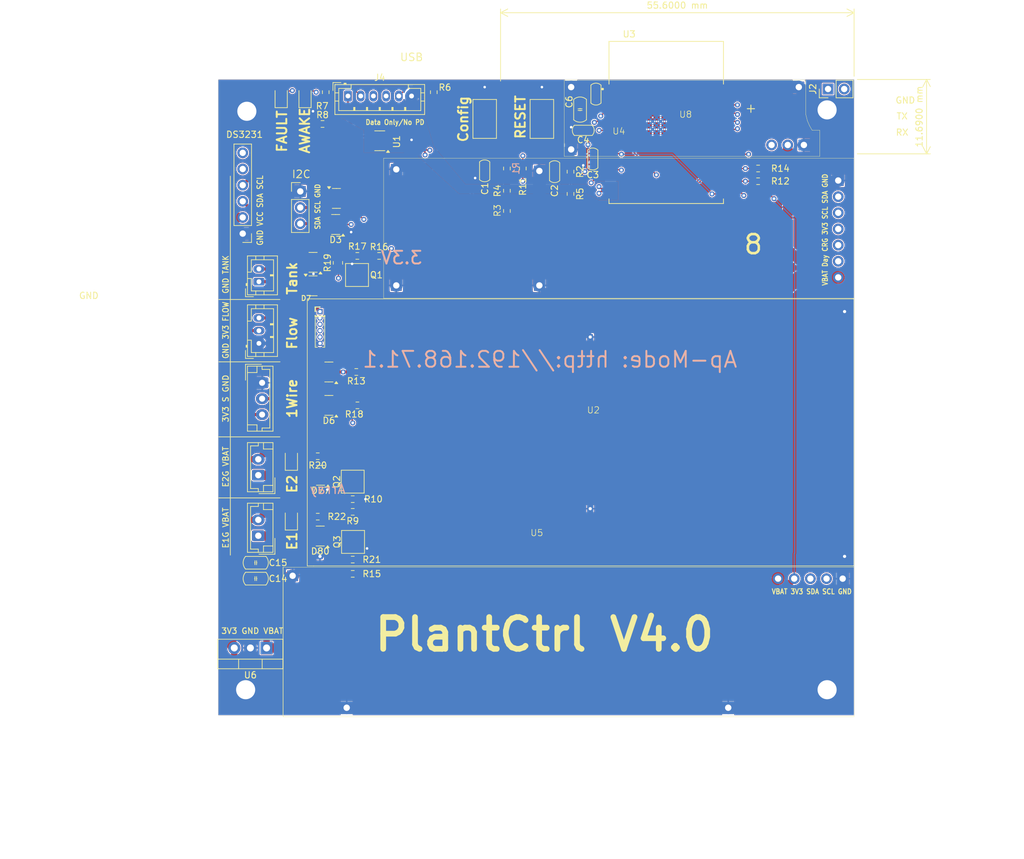
<source format=kicad_pcb>
(kicad_pcb
	(version 20241229)
	(generator "pcbnew")
	(generator_version "9.0")
	(general
		(thickness 1.6)
		(legacy_teardrops no)
	)
	(paper "A4")
	(layers
		(0 "F.Cu" signal)
		(4 "In1.Cu" signal)
		(6 "In2.Cu" signal)
		(2 "B.Cu" signal)
		(9 "F.Adhes" user "F.Adhesive")
		(11 "B.Adhes" user "B.Adhesive")
		(13 "F.Paste" user)
		(15 "B.Paste" user)
		(5 "F.SilkS" user "F.Silkscreen")
		(7 "B.SilkS" user "B.Silkscreen")
		(1 "F.Mask" user)
		(3 "B.Mask" user)
		(17 "Dwgs.User" user "User.Drawings")
		(19 "Cmts.User" user "User.Comments")
		(21 "Eco1.User" user "User.Eco1")
		(23 "Eco2.User" user "User.Eco2")
		(25 "Edge.Cuts" user)
		(27 "Margin" user)
		(31 "F.CrtYd" user "F.Courtyard")
		(29 "B.CrtYd" user "B.Courtyard")
		(35 "F.Fab" user)
		(33 "B.Fab" user)
	)
	(setup
		(stackup
			(layer "F.SilkS"
				(type "Top Silk Screen")
			)
			(layer "F.Paste"
				(type "Top Solder Paste")
			)
			(layer "F.Mask"
				(type "Top Solder Mask")
				(thickness 0.01)
			)
			(layer "F.Cu"
				(type "copper")
				(thickness 0.035)
			)
			(layer "dielectric 1"
				(type "prepreg")
				(thickness 0.1)
				(material "FR4")
				(epsilon_r 4.5)
				(loss_tangent 0.02)
			)
			(layer "In1.Cu"
				(type "copper")
				(thickness 0.035)
			)
			(layer "dielectric 2"
				(type "core")
				(thickness 1.24)
				(material "FR4")
				(epsilon_r 4.5)
				(loss_tangent 0.02)
			)
			(layer "In2.Cu"
				(type "copper")
				(thickness 0.035)
			)
			(layer "dielectric 3"
				(type "prepreg")
				(thickness 0.1)
				(material "FR4")
				(epsilon_r 4.5)
				(loss_tangent 0.02)
			)
			(layer "B.Cu"
				(type "copper")
				(thickness 0.035)
			)
			(layer "B.Mask"
				(type "Bottom Solder Mask")
				(thickness 0.01)
			)
			(layer "B.Paste"
				(type "Bottom Solder Paste")
			)
			(layer "B.SilkS"
				(type "Bottom Silk Screen")
			)
			(copper_finish "HAL lead-free")
			(dielectric_constraints no)
		)
		(pad_to_mask_clearance 0.05)
		(allow_soldermask_bridges_in_footprints no)
		(tenting front back)
		(aux_axis_origin 68.58 26.67)
		(grid_origin 68.58 26.67)
		(pcbplotparams
			(layerselection 0x00000000_00000000_5555555f_ffffffff)
			(plot_on_all_layers_selection 0x00000000_00000000_00000000_00000000)
			(disableapertmacros no)
			(usegerberextensions no)
			(usegerberattributes no)
			(usegerberadvancedattributes no)
			(creategerberjobfile no)
			(dashed_line_dash_ratio 12.000000)
			(dashed_line_gap_ratio 3.000000)
			(svgprecision 4)
			(plotframeref no)
			(mode 1)
			(useauxorigin no)
			(hpglpennumber 1)
			(hpglpenspeed 20)
			(hpglpendiameter 15.000000)
			(pdf_front_fp_property_popups yes)
			(pdf_back_fp_property_popups yes)
			(pdf_metadata yes)
			(pdf_single_document no)
			(dxfpolygonmode yes)
			(dxfimperialunits yes)
			(dxfusepcbnewfont yes)
			(psnegative no)
			(psa4output no)
			(plot_black_and_white yes)
			(sketchpadsonfab no)
			(plotpadnumbers no)
			(hidednponfab no)
			(sketchdnponfab yes)
			(crossoutdnponfab yes)
			(subtractmaskfromsilk no)
			(outputformat 1)
			(mirror no)
			(drillshape 0)
			(scaleselection 1)
			(outputdirectory "gerber/")
		)
	)
	(net 0 "")
	(net 1 "EN")
	(net 2 "VBAT")
	(net 3 "GND")
	(net 4 "3_3V")
	(net 5 "Temp")
	(net 6 "Net-(C2-Pad2)")
	(net 7 "PUMP_ENABLE")
	(net 8 "TANK_SENSOR")
	(net 9 "Charge")
	(net 10 "Net-(Q1-G)")
	(net 11 "ESP_RX")
	(net 12 "ESP_TX")
	(net 13 "Net-(Boot1-Pad2)")
	(net 14 "SDA")
	(net 15 "SCL")
	(net 16 "Net-(CD1-A)")
	(net 17 "Net-(D1-K)")
	(net 18 "Net-(J7-Pin_1)")
	(net 19 "CD_Probe")
	(net 20 "IsDay")
	(net 21 "LED_ENABLE")
	(net 22 "WORKING")
	(net 23 "ENABLE_TANK")
	(net 24 "unconnected-(U4-3V3-Pad4)")
	(net 25 "USB_D-")
	(net 26 "FLOW")
	(net 27 "USB_D+")
	(net 28 "BOOT_SEL")
	(net 29 "WARN_LED")
	(net 30 "SQW")
	(net 31 "32K")
	(net 32 "USB_BUS")
	(net 33 "Net-(R3-Pad1)")
	(net 34 "unconnected-(U1-I{slash}O2-Pad4)")
	(net 35 "unconnected-(U1-I{slash}O1-Pad6)")
	(net 36 "unconnected-(U3-IO8-Pad10)")
	(net 37 "unconnected-(U3-IO0-Pad8)")
	(net 38 "unconnected-(U3-NC-Pad22)")
	(net 39 "unconnected-(U2-VBAT-Pad2)")
	(net 40 "Net-(D78-K)")
	(net 41 "Net-(D78-A)")
	(net 42 "Net-(Q2-G)")
	(net 43 "Net-(J4-Pin_5)")
	(net 44 "Net-(J4-Pin_2)")
	(net 45 "Net-(D79-K)")
	(net 46 "Net-(D79-A)")
	(net 47 "Net-(Q3-G)")
	(net 48 "EXTRA_1")
	(net 49 "EXTRA_2")
	(footprint "Package_TO_SOT_SMD:SOT-23" (layer "F.Cu") (at 185.7675 101.92 180))
	(footprint "MPPT:MPPT" (layer "F.Cu") (at 232.68 48.3075))
	(footprint "Button_Switch_SMD:SW_SPST_CK_RS282G05A3" (layer "F.Cu") (at 220.58 45.87 -90))
	(footprint "PumpOut:PumpModule" (layer "F.Cu") (at 219.88 111.47))
	(footprint "Connector_JST:JST_EH_B2B-EH-A_1x02_P2.50mm_Vertical" (layer "F.Cu") (at 175.98 111.42 90))
	(footprint "PCM_Capacitor_SMD_Handsoldering_AKL:C_0805_2012Metric_Pad1.18x1.45mm" (layer "F.Cu") (at 175.58 115.67))
	(footprint "PCM_Capacitor_SMD_Handsoldering_AKL:C_0603_1608Metric_Pad1.08x0.95mm" (layer "F.Cu") (at 229.08 41.97 -90))
	(footprint "Resistor_SMD:R_0603_1608Metric" (layer "F.Cu") (at 254.58 53.67 180))
	(footprint "PCM_Capacitor_SMD_Handsoldering_AKL:C_0603_1608Metric_Pad1.08x0.95mm" (layer "F.Cu") (at 227.08 47.67))
	(footprint "Button_Switch_SMD:SW_SPST_CK_RS282G05A3" (layer "F.Cu") (at 211.58 45.87 -90))
	(footprint "Resistor_SMD:R_0603_1608Metric" (layer "F.Cu") (at 225.08 54.17 90))
	(footprint "Connector_JST:JST_PH_B3B-PH-K_1x03_P2.00mm_Vertical" (layer "F.Cu") (at 176.08 81.17 90))
	(footprint "Connector_JST:JST_EH_B3B-EH-A_1x03_P2.50mm_Vertical" (layer "F.Cu") (at 176.58 87.37 -90))
	(footprint "Resistor_SMD:R_0603_1608Metric" (layer "F.Cu") (at 191.555 67.42 180))
	(footprint "Resistor_SMD:R_0603_1608Metric" (layer "F.Cu") (at 190.83 115.17))
	(footprint "Package_TO_SOT_SMD:SOT-23" (layer "F.Cu") (at 187.08 85.67 180))
	(footprint "LED_SMD:LED_0805_2012Metric" (layer "F.Cu") (at 179.58 42.42 90))
	(footprint "Package_TO_SOT_SMD:SOT-23" (layer "F.Cu") (at 184.5925 68.42 180))
	(footprint "Resistor_SMD:R_0603_1608Metric" (layer "F.Cu") (at 217.58 53.67 -90))
	(footprint "Connector_PinHeader_2.54mm:PinHeader_1x06_P2.54mm_Vertical" (layer "F.Cu") (at 173.53 63.91 180))
	(footprint "LED_SMD:LED_0805_2012Metric" (layer "F.Cu") (at 181.18 108.845 90))
	(footprint "Resistor_SMD:R_0603_1608Metric" (layer "F.Cu") (at 186.58 41.67 -90))
	(footprint "Package_TO_SOT_SMD:SOT-23-6" (layer "F.Cu") (at 195.08 49.3075 180))
	(footprint "Package_TO_SOT_SMD:SOT-23" (layer "F.Cu") (at 187.08 90.92 180))
	(footprint "PCM_Capacitor_SMD_Handsoldering_AKL:C_0805_2012Metric_Pad1.18x1.45mm" (layer "F.Cu") (at 175.58 118.17))
	(footprint "Resistor_SMD:R_0603_1608Metric" (layer "F.Cu") (at 215.08 60.345 -90))
	(footprint "Resistor_SMD:R_0603_1608Metric" (layer "F.Cu") (at 194.98 67.42))
	(footprint "PCM_Capacitor_SMD_Handsoldering_AKL:C_0603_1608Metric_Pad1.08x0.95mm" (layer "F.Cu") (at 211.58 54.0325 90))
	(footprint "Package_TO_SOT_SMD:SOT-23" (layer "F.Cu") (at 188.2675 58.37))
	(footprint "Resistor_SMD:R_0603_1608Metric" (layer "F.Cu") (at 191.5675 90.92))
	(footprint "PCM_Capacitor_SMD_Handsoldering_AKL:C_0805_2012Metric_Pad1.18x1.45mm" (layer "F.Cu") (at 226.58 44.4075 90))
	(footprint "Resistor_SMD:R_0603_1608Metric" (layer "F.Cu") (at 190.83 105.67))
	(footprint "Modules:LightPower" (layer "F.Cu") (at 243.18 45.67))
	(footprint "PCM_Package_TO_SOT_SMD_AKL:SOT-23"
		(layer "F.Cu")
		(uuid "6fb21888-6d4c-4e98-920e-89709a67d614")
		(at 190.83 102.92 90)
		(descr "SOT-23, Standard, Alternate KiCad Library")
		(tags "SOT-23")
		(property "Reference" "Q2"
			(at 0 -2.5 90)
			(layer "F.SilkS")
			(uuid "0e2aeb5d-a11c-45dd-99c8-94d4107fcf47")
			(effects
				(font
					(size 1 1)
					(thickness 0.15)
				)
			)
		)
		(property "Value" "N-channel 30V 5A"
			(at 0 2.5 90)
			(layer "F.Fab")
			(hide yes)
			(uuid "348e7418-2f78-44d7-a1d3-7fd68d338e4e")
			(effects
				(font
					(size 1 1)
					(thickness 0.15)
				)
			)
		)
		(property "Datasheet" ""
			(at 0 0 90)
			(layer "F.Fab")
			(hide yes)
			(uuid "16295c85-23fb-4085-a495-3e5c66ae831f")
			(effects
				(font
					(size 1.27 1.27)
					(thickness 0.15)
				)
			)
		)
		(property "Description" ""
			(at 0 0 90)
			(layer "F.Fab")
			(hide yes)
			(uuid "c9491bd4-4f7a-43f6-98f0-dfb36b8034ca")
			(effects
				(font
					(size 1.27 1.27)
					(thickness 0.15)
				)
			)
		)
		(property "LCSC_PART_NUMBER" "C5364313"
			(at 0 0 90)
			(unlocked yes)
			(layer "F.Fab")
			(hide yes)
			(uuid "d823f3f1-df53-4127-9351-da04afcfd9d4")
			(effects
				(font
					(size 1 1)
					(thickness 0.15)
				)
			)
		)
		(property "LCSC" ""
			(at 0 0 90)
			(unlocked yes)
			(layer "F.Fab")
			(hide yes)
			(uuid "fcc478ea-4689-4c11-bf10-5fda57085541")
			(effects
				(font
					(size 1 1)
					(thickness 0.15)
				)
			)
		)
		(property "Sim.Device" ""
			(at 0 0 90)
			(unlocked yes)
			(layer "F.Fab")
			(hide yes)
			(uuid "682487d9-e5c1-4546-8065-9576ca62c2ce")
			(effects
				(font
					(size 1 1)
					(thickness 0.15)
				)
			)
		)
		(property "Sim.Pins" ""
			(at 0 0 90)
			(unlocked yes)
			(layer "F.Fab")
			(hide yes)
			(uuid "1cdda491-477a-4ce8-b6a9-50dcd80d91f2")
			(effects
				(font
					(size 1 1)
					(thickness 0.15)
				)
			)
		)
		(property "Sim.Type" ""
			(at 0 0 90)
			(unlocked yes)
			(layer "F.Fab")
			(hide yes)
			(uuid "16519ba9-3a36-4525-b2d1-2f3ded7ad1b0")
			(effects
				(font
					(size 1 1)
					(thickness 0.15)
				)
			)
		)
		(p
... [4001994 chars truncated]
</source>
